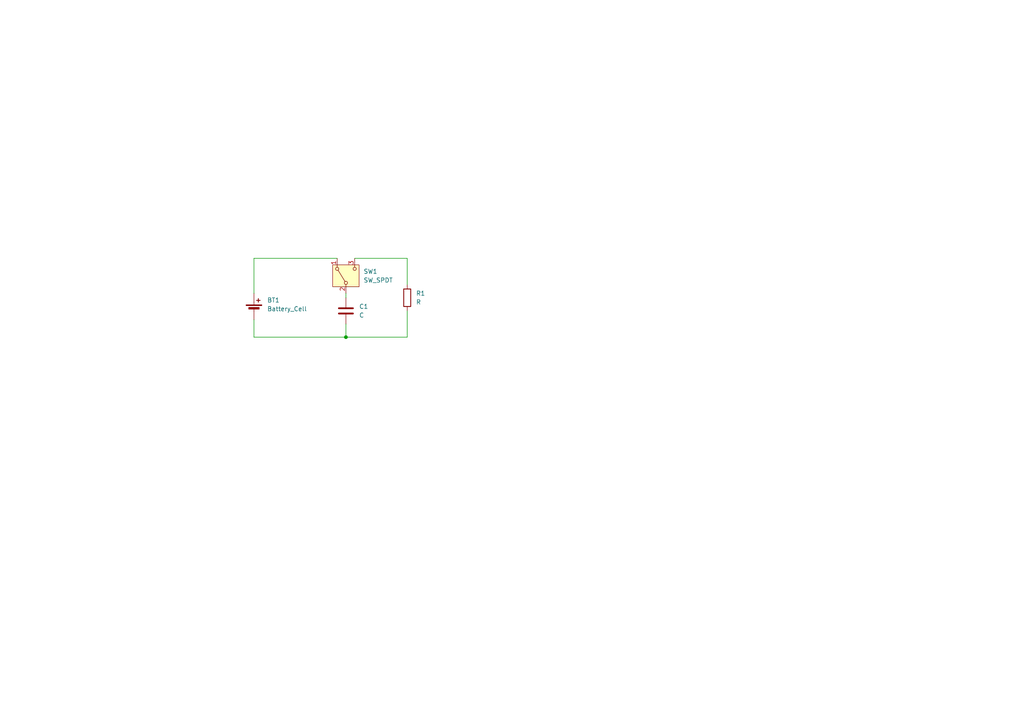
<source format=kicad_sch>
(kicad_sch (version 20230121) (generator eeschema)
  (paper "A4")
  (lib_symbols
    (symbol "Device:Battery_Cell" (pin_numbers hide) (pin_names (offset 0) hide)
      (property "Reference" "BT" (at 2.54 2.54 0))
      (property "Value" "Battery_Cell" (at 2.54 0 0))
      (symbol "Battery_Cell_0_1"
        (rectangle (start -2.286 1.778) (end 2.286 1.524) (fill (type outline)))
        (rectangle (start -1.524 1.016) (end 1.524 0.508) (fill (type outline)))
        (polyline (pts (xy 0 0.762) (xy 0 0)))
        (polyline (pts (xy 0 1.778) (xy 0 2.54)))
        (polyline (pts (xy 0.762 3.048) (xy 1.778 3.048)) (stroke (width 0.254)))
        (polyline (pts (xy 1.27 3.556) (xy 1.27 2.54)) (stroke (width 0.254)))
      )
      (symbol "Battery_Cell_1_1"
        (pin passive line (at 0 5.08 270) (length 2.54) (name "+") (number "1"))
        (pin passive line (at 0 -2.54 90) (length 2.54) (name "-") (number "2"))
      )
    )
    (symbol "Device:C" (pin_numbers hide) (pin_names (offset 0.254))
      (property "Reference" "C" (at 0.635 2.54 0))
      (property "Value" "C" (at 0.635 -2.54 0))
      (symbol "C_0_1"
        (polyline (pts (xy -2.032 -0.762) (xy 2.032 -0.762)) (stroke (width 0.508)))
        (polyline (pts (xy -2.032 0.762) (xy 2.032 0.762)) (stroke (width 0.508)))
      )
      (symbol "C_1_1"
        (pin passive line (at 0 3.81 270) (length 2.794) (name "~") (number "1"))
        (pin passive line (at 0 -3.81 90) (length 2.794) (name "~") (number "2"))
      )
    )
    (symbol "Device:R" (pin_numbers hide) (pin_names (offset 0))
      (property "Reference" "R" (at 2.032 0 90))
      (property "Value" "R" (at 0 0 90))
      (symbol "R_0_1"
        (rectangle (start -1.016 -2.54) (end 1.016 2.54) (stroke (width 0.254)))
      )
      (symbol "R_1_1"
        (pin passive line (at 0 3.81 270) (length 1.27) (name "~") (number "1"))
        (pin passive line (at 0 -3.81 90) (length 1.27) (name "~") (number "2"))
      )
    )
    (symbol "Switch:SW_SPDT" (pin_names (offset 0) hide)
      (property "Reference" "SW" (at 0 5.08 0))
      (property "Value" "SW_SPDT" (at 0 -5.08 0))
      (symbol "SW_SPDT_0_1"
        (circle (center -2.032 0) (radius 0.4572))
        (polyline (pts (xy -1.651 0.254) (xy 1.651 2.286)))
        (circle (center 2.032 -2.54) (radius 0.4572))
        (circle (center 2.032 2.54) (radius 0.4572))
      )
      (symbol "SW_SPDT_1_1"
        (rectangle (start -3.175 3.81) (end 3.175 -3.81) (fill (type background)))
        (pin passive line (at 5.08 2.54 180) (length 2.54) (name "A") (number "1"))
        (pin passive line (at -5.08 0 0) (length 2.54) (name "B") (number "2"))
        (pin passive line (at 5.08 -2.54 180) (length 2.54) (name "C") (number "3"))
      )
    )
  )
  (junction (at 100.33 97.79))
  (wire (pts (xy 73.66 92.71) (xy 73.66 97.79)))
  (wire (pts (xy 118.11 74.93) (xy 118.11 82.55)))
  (wire (pts (xy 100.33 97.79) (xy 100.33 93.98)))
  (wire (pts (xy 73.66 74.93) (xy 97.79 74.93)))
  (wire (pts (xy 73.66 85.09) (xy 73.66 74.93)))
  (wire (pts (xy 102.87 74.93) (xy 118.11 74.93)))
  (wire (pts (xy 100.33 85.09) (xy 100.33 86.36)))
  (wire (pts (xy 118.11 97.79) (xy 100.33 97.79)))
  (wire (pts (xy 73.66 97.79) (xy 100.33 97.79)))
  (wire (pts (xy 118.11 90.17) (xy 118.11 97.79)))
  (symbol (lib_id "Device:Battery_Cell") (at 73.66 90.17 0) (unit 1)
    (property "Reference" "BT1" (at 77.47 87.0585 0) (effects (justify left)))
    (property "Value" "Battery_Cell" (at 77.47 89.5985 0) (effects (justify left)))
  )
  (symbol (lib_id "Switch:SW_SPDT") (at 100.33 80.01 90) (unit 1)
    (property "Reference" "SW1" (at 105.41 78.74 90) (effects (justify right)))
    (property "Value" "SW_SPDT" (at 105.41 81.28 90) (effects (justify right)))
  )
  (symbol (lib_id "Device:R") (at 118.11 86.36 0) (unit 1)
    (property "Reference" "R1" (at 120.65 85.09 0) (effects (justify left)))
    (property "Value" "R" (at 120.65 87.63 0) (effects (justify left)))
  )
  (symbol (lib_id "Device:C") (at 100.33 90.17 0) (unit 1)
    (property "Reference" "C1" (at 104.14 88.9 0) (effects (justify left)))
    (property "Value" "C" (at 104.14 91.44 0) (effects (justify left)))
  )
)
</source>
